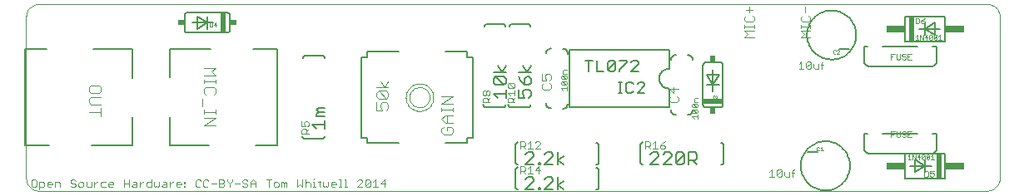
<source format=gto>
G75*
%MOIN*%
%OFA0B0*%
%FSLAX24Y24*%
%IPPOS*%
%LPD*%
%AMOC8*
5,1,8,0,0,1.08239X$1,22.5*
%
%ADD10C,0.0010*%
%ADD11C,0.0040*%
%ADD12C,0.0050*%
%ADD13C,0.0080*%
%ADD14C,0.0020*%
%ADD15C,0.0060*%
%ADD16R,0.0800X0.0200*%
%ADD17R,0.0200X0.0250*%
%ADD18R,0.0200X0.0800*%
%ADD19R,0.0250X0.0200*%
%ADD20C,0.0030*%
%ADD21R,0.0200X0.1000*%
%ADD22R,0.0750X0.0300*%
D10*
X001260Y001510D02*
X039236Y001510D01*
X039280Y001512D01*
X039323Y001518D01*
X039366Y001527D01*
X039407Y001540D01*
X039448Y001557D01*
X039487Y001577D01*
X039523Y001601D01*
X039558Y001627D01*
X039590Y001657D01*
X039620Y001689D01*
X039646Y001724D01*
X039670Y001760D01*
X039690Y001799D01*
X039707Y001840D01*
X039720Y001881D01*
X039729Y001924D01*
X039735Y001967D01*
X039737Y002011D01*
X039736Y002011D02*
X039736Y008514D01*
X039737Y008514D02*
X039735Y008556D01*
X039730Y008597D01*
X039721Y008637D01*
X039708Y008677D01*
X039692Y008716D01*
X039673Y008753D01*
X039651Y008788D01*
X039625Y008821D01*
X039597Y008851D01*
X039567Y008879D01*
X039534Y008905D01*
X039499Y008927D01*
X039462Y008946D01*
X039423Y008962D01*
X039383Y008975D01*
X039343Y008984D01*
X039302Y008989D01*
X039260Y008991D01*
X039260Y008990D02*
X001240Y008990D01*
X001198Y008988D01*
X001157Y008983D01*
X001116Y008974D01*
X001076Y008961D01*
X001037Y008945D01*
X001000Y008926D01*
X000965Y008903D01*
X000931Y008878D01*
X000901Y008849D01*
X000872Y008819D01*
X000847Y008785D01*
X000824Y008750D01*
X000805Y008713D01*
X000789Y008674D01*
X000776Y008634D01*
X000767Y008593D01*
X000762Y008552D01*
X000760Y008510D01*
X000760Y002010D01*
X000762Y001966D01*
X000768Y001923D01*
X000777Y001881D01*
X000790Y001839D01*
X000807Y001799D01*
X000827Y001760D01*
X000850Y001723D01*
X000877Y001689D01*
X000906Y001656D01*
X000939Y001627D01*
X000973Y001600D01*
X001010Y001577D01*
X001049Y001557D01*
X001089Y001540D01*
X001131Y001527D01*
X001173Y001518D01*
X001216Y001512D01*
X001260Y001510D01*
X032415Y003140D02*
X032440Y003115D01*
X032490Y003115D01*
X032515Y003140D01*
X032562Y003115D02*
X032662Y003115D01*
X032612Y003115D02*
X032612Y003265D01*
X032562Y003215D01*
X032515Y003240D02*
X032490Y003265D01*
X032440Y003265D01*
X032415Y003240D01*
X032415Y003140D01*
X033095Y007005D02*
X033145Y007005D01*
X033170Y007030D01*
X033218Y007005D02*
X033318Y007105D01*
X033318Y007130D01*
X033293Y007155D01*
X033243Y007155D01*
X033218Y007130D01*
X033170Y007130D02*
X033145Y007155D01*
X033095Y007155D01*
X033070Y007130D01*
X033070Y007030D01*
X033095Y007005D01*
X033218Y007005D02*
X033318Y007005D01*
D11*
X026871Y005610D02*
X026511Y005610D01*
X026691Y005430D01*
X026691Y005670D01*
X026571Y005301D02*
X026511Y005241D01*
X026511Y005121D01*
X026571Y005061D01*
X026811Y005061D01*
X026871Y005121D01*
X026871Y005241D01*
X026811Y005301D01*
X021771Y005635D02*
X021771Y005755D01*
X021711Y005815D01*
X021711Y005943D02*
X021771Y006003D01*
X021771Y006123D01*
X021711Y006183D01*
X021591Y006183D01*
X021531Y006123D01*
X021531Y006063D01*
X021591Y005943D01*
X021411Y005943D01*
X021411Y006183D01*
X021471Y005815D02*
X021411Y005755D01*
X021411Y005635D01*
X021471Y005575D01*
X021711Y005575D01*
X021771Y005635D01*
X017852Y005308D02*
X017392Y005308D01*
X017392Y005001D02*
X017852Y005308D01*
X017852Y005001D02*
X017392Y005001D01*
X017392Y004847D02*
X017392Y004694D01*
X017392Y004771D02*
X017852Y004771D01*
X017852Y004847D02*
X017852Y004694D01*
X017852Y004540D02*
X017545Y004540D01*
X017392Y004387D01*
X017545Y004233D01*
X017852Y004233D01*
X017622Y004233D02*
X017622Y004540D01*
X017622Y004080D02*
X017622Y003926D01*
X017622Y004080D02*
X017775Y004080D01*
X017852Y004003D01*
X017852Y003850D01*
X017775Y003773D01*
X017469Y003773D01*
X017392Y003850D01*
X017392Y004003D01*
X017469Y004080D01*
X015250Y004824D02*
X015173Y004747D01*
X015250Y004824D02*
X015250Y004977D01*
X015173Y005054D01*
X015020Y005054D01*
X014943Y004977D01*
X014943Y004901D01*
X015020Y004747D01*
X014789Y004747D01*
X014789Y005054D01*
X014866Y005208D02*
X014789Y005284D01*
X014789Y005438D01*
X014866Y005515D01*
X015173Y005208D01*
X015250Y005284D01*
X015250Y005438D01*
X015173Y005515D01*
X014866Y005515D01*
X014789Y005668D02*
X015250Y005668D01*
X015096Y005668D02*
X014943Y005898D01*
X015096Y005668D02*
X015250Y005898D01*
X015173Y005208D02*
X014866Y005208D01*
X008340Y005442D02*
X008340Y005596D01*
X008264Y005673D01*
X007957Y005673D01*
X007880Y005596D01*
X007880Y005442D01*
X007957Y005366D01*
X008264Y005366D02*
X008340Y005442D01*
X007803Y005212D02*
X007803Y004905D01*
X007880Y004752D02*
X007880Y004598D01*
X007880Y004675D02*
X008340Y004675D01*
X008340Y004752D02*
X008340Y004598D01*
X008340Y004445D02*
X007880Y004445D01*
X007880Y004138D02*
X008340Y004445D01*
X008340Y004138D02*
X007880Y004138D01*
X003740Y004512D02*
X003740Y004819D01*
X003740Y004666D02*
X003280Y004666D01*
X003357Y004973D02*
X003280Y005049D01*
X003280Y005203D01*
X003357Y005280D01*
X003740Y005280D01*
X003664Y005433D02*
X003740Y005510D01*
X003740Y005663D01*
X003664Y005740D01*
X003357Y005740D01*
X003280Y005663D01*
X003280Y005510D01*
X003357Y005433D01*
X003664Y005433D01*
X003740Y004973D02*
X003357Y004973D01*
X007880Y005826D02*
X007880Y005980D01*
X007880Y005903D02*
X008340Y005903D01*
X008340Y005980D02*
X008340Y005826D01*
X008340Y006133D02*
X007880Y006133D01*
X008187Y006287D02*
X008340Y006133D01*
X008187Y006287D02*
X008340Y006440D01*
X007880Y006440D01*
X012293Y002009D02*
X012293Y001959D01*
X012293Y001859D02*
X012293Y001659D01*
X012243Y001659D02*
X012343Y001659D01*
X012502Y001709D02*
X012552Y001659D01*
X012502Y001709D02*
X012502Y001909D01*
X012452Y001859D02*
X012552Y001859D01*
X012660Y001859D02*
X012660Y001709D01*
X012710Y001659D01*
X012760Y001709D01*
X012811Y001659D01*
X012861Y001709D01*
X012861Y001859D01*
X012973Y001809D02*
X013024Y001859D01*
X013124Y001859D01*
X013174Y001809D01*
X013174Y001759D01*
X012973Y001759D01*
X012973Y001709D02*
X012973Y001809D01*
X012973Y001709D02*
X013024Y001659D01*
X013124Y001659D01*
X013287Y001659D02*
X013387Y001659D01*
X013337Y001659D02*
X013337Y001959D01*
X013287Y001959D01*
X013495Y001959D02*
X013545Y001959D01*
X013545Y001659D01*
X013495Y001659D02*
X013595Y001659D01*
X014017Y001659D02*
X014217Y001859D01*
X014217Y001909D01*
X014167Y001959D01*
X014067Y001959D01*
X014017Y001909D01*
X014330Y001909D02*
X014380Y001959D01*
X014480Y001959D01*
X014530Y001909D01*
X014330Y001709D01*
X014380Y001659D01*
X014480Y001659D01*
X014530Y001709D01*
X014530Y001909D01*
X014643Y001859D02*
X014743Y001959D01*
X014743Y001659D01*
X014643Y001659D02*
X014843Y001659D01*
X014956Y001809D02*
X015156Y001809D01*
X015106Y001659D02*
X015106Y001959D01*
X014956Y001809D01*
X014330Y001709D02*
X014330Y001909D01*
X014217Y001659D02*
X014017Y001659D01*
X012293Y001859D02*
X012243Y001859D01*
X012130Y001809D02*
X012080Y001859D01*
X011980Y001859D01*
X011930Y001809D01*
X011930Y001959D02*
X011930Y001659D01*
X011817Y001659D02*
X011717Y001759D01*
X011617Y001659D01*
X011617Y001959D01*
X011817Y001959D02*
X011817Y001659D01*
X012130Y001659D02*
X012130Y001809D01*
X011191Y001809D02*
X011191Y001659D01*
X011091Y001659D02*
X011091Y001809D01*
X011141Y001859D01*
X011191Y001809D01*
X011091Y001809D02*
X011041Y001859D01*
X010991Y001859D01*
X010991Y001659D01*
X010878Y001709D02*
X010878Y001809D01*
X010828Y001859D01*
X010728Y001859D01*
X010678Y001809D01*
X010678Y001709D01*
X010728Y001659D01*
X010828Y001659D01*
X010878Y001709D01*
X010465Y001659D02*
X010465Y001959D01*
X010365Y001959D02*
X010565Y001959D01*
X009939Y001859D02*
X009939Y001659D01*
X009939Y001809D02*
X009738Y001809D01*
X009738Y001859D02*
X009738Y001659D01*
X009626Y001709D02*
X009576Y001659D01*
X009475Y001659D01*
X009425Y001709D01*
X009475Y001809D02*
X009576Y001809D01*
X009626Y001759D01*
X009626Y001709D01*
X009475Y001809D02*
X009425Y001859D01*
X009425Y001909D01*
X009475Y001959D01*
X009576Y001959D01*
X009626Y001909D01*
X009738Y001859D02*
X009839Y001959D01*
X009939Y001859D01*
X009312Y001809D02*
X009112Y001809D01*
X008999Y001909D02*
X008999Y001959D01*
X008999Y001909D02*
X008899Y001809D01*
X008899Y001659D01*
X008899Y001809D02*
X008799Y001909D01*
X008799Y001959D01*
X008686Y001909D02*
X008686Y001859D01*
X008636Y001809D01*
X008486Y001809D01*
X008373Y001809D02*
X008173Y001809D01*
X008060Y001709D02*
X008010Y001659D01*
X007910Y001659D01*
X007860Y001709D01*
X007860Y001909D01*
X007910Y001959D01*
X008010Y001959D01*
X008060Y001909D01*
X007747Y001909D02*
X007697Y001959D01*
X007597Y001959D01*
X007547Y001909D01*
X007547Y001709D01*
X007597Y001659D01*
X007697Y001659D01*
X007747Y001709D01*
X007127Y001709D02*
X007127Y001659D01*
X007077Y001659D01*
X007077Y001709D01*
X007127Y001709D01*
X007127Y001809D02*
X007077Y001809D01*
X007077Y001859D01*
X007127Y001859D01*
X007127Y001809D01*
X006964Y001809D02*
X006914Y001859D01*
X006814Y001859D01*
X006764Y001809D01*
X006764Y001709D01*
X006814Y001659D01*
X006914Y001659D01*
X006964Y001759D02*
X006764Y001759D01*
X006654Y001859D02*
X006604Y001859D01*
X006503Y001759D01*
X006503Y001659D02*
X006503Y001859D01*
X006391Y001809D02*
X006340Y001859D01*
X006240Y001859D01*
X006240Y001759D02*
X006391Y001759D01*
X006391Y001809D02*
X006391Y001659D01*
X006240Y001659D01*
X006190Y001709D01*
X006240Y001759D01*
X006077Y001709D02*
X006077Y001859D01*
X005877Y001859D02*
X005877Y001709D01*
X005927Y001659D01*
X005977Y001709D01*
X006027Y001659D01*
X006077Y001709D01*
X005764Y001659D02*
X005614Y001659D01*
X005564Y001709D01*
X005564Y001809D01*
X005614Y001859D01*
X005764Y001859D01*
X005764Y001959D02*
X005764Y001659D01*
X005453Y001859D02*
X005403Y001859D01*
X005303Y001759D01*
X005303Y001659D02*
X005303Y001859D01*
X005190Y001809D02*
X005140Y001859D01*
X005040Y001859D01*
X005040Y001759D02*
X005190Y001759D01*
X005190Y001809D02*
X005190Y001659D01*
X005040Y001659D01*
X004990Y001709D01*
X005040Y001759D01*
X004877Y001809D02*
X004677Y001809D01*
X004677Y001659D02*
X004677Y001959D01*
X004877Y001959D02*
X004877Y001659D01*
X004251Y001759D02*
X004051Y001759D01*
X004051Y001809D02*
X004101Y001859D01*
X004201Y001859D01*
X004251Y001809D01*
X004251Y001759D01*
X004201Y001659D02*
X004101Y001659D01*
X004051Y001709D01*
X004051Y001809D01*
X003938Y001859D02*
X003788Y001859D01*
X003738Y001809D01*
X003738Y001709D01*
X003788Y001659D01*
X003938Y001659D01*
X003577Y001859D02*
X003477Y001759D01*
X003477Y001659D02*
X003477Y001859D01*
X003577Y001859D02*
X003627Y001859D01*
X003364Y001859D02*
X003364Y001659D01*
X003214Y001659D01*
X003164Y001709D01*
X003164Y001859D01*
X003051Y001809D02*
X003001Y001859D01*
X002901Y001859D01*
X002851Y001809D01*
X002851Y001709D01*
X002901Y001659D01*
X003001Y001659D01*
X003051Y001709D01*
X003051Y001809D01*
X002738Y001759D02*
X002738Y001709D01*
X002688Y001659D01*
X002588Y001659D01*
X002538Y001709D01*
X002588Y001809D02*
X002688Y001809D01*
X002738Y001759D01*
X002738Y001909D02*
X002688Y001959D01*
X002588Y001959D01*
X002538Y001909D01*
X002538Y001859D01*
X002588Y001809D01*
X002112Y001809D02*
X002112Y001659D01*
X002112Y001809D02*
X002062Y001859D01*
X001912Y001859D01*
X001912Y001659D01*
X001799Y001759D02*
X001599Y001759D01*
X001599Y001809D02*
X001649Y001859D01*
X001749Y001859D01*
X001799Y001809D01*
X001799Y001759D01*
X001749Y001659D02*
X001649Y001659D01*
X001599Y001709D01*
X001599Y001809D01*
X001486Y001809D02*
X001486Y001709D01*
X001436Y001659D01*
X001286Y001659D01*
X001286Y001559D02*
X001286Y001859D01*
X001436Y001859D01*
X001486Y001809D01*
X001173Y001709D02*
X001173Y001909D01*
X001123Y001959D01*
X001023Y001959D01*
X000973Y001909D01*
X000973Y001709D01*
X001023Y001659D01*
X001123Y001659D01*
X001173Y001709D01*
X006964Y001809D02*
X006964Y001759D01*
X008486Y001659D02*
X008636Y001659D01*
X008686Y001709D01*
X008686Y001759D01*
X008636Y001809D01*
X008686Y001909D02*
X008636Y001959D01*
X008486Y001959D01*
X008486Y001659D01*
D12*
X008074Y003331D02*
X006516Y003331D01*
X006516Y004474D01*
X005004Y004460D02*
X005004Y003331D01*
X003364Y003331D01*
X001667Y003331D02*
X000713Y003331D01*
X000713Y007189D01*
X001585Y007189D01*
X003446Y007189D02*
X005004Y007189D01*
X005004Y006046D01*
X006516Y006060D02*
X006516Y007189D01*
X008156Y007189D01*
X009853Y007189D02*
X010807Y007189D01*
X010807Y003331D01*
X009935Y003331D01*
D13*
X014187Y003646D02*
X014404Y003646D01*
X014404Y003429D01*
X015664Y003429D01*
X014187Y003646D02*
X014187Y006874D01*
X014404Y006874D01*
X014404Y007091D01*
X015664Y007091D01*
X017553Y007091D02*
X018419Y007091D01*
X018419Y006874D01*
X018636Y006874D01*
X018636Y003646D01*
X018419Y003646D01*
X018419Y003429D01*
X017553Y003429D01*
X032060Y003060D02*
X032460Y003060D01*
X031776Y002510D02*
X031778Y002572D01*
X031784Y002635D01*
X031794Y002696D01*
X031808Y002757D01*
X031825Y002817D01*
X031846Y002876D01*
X031872Y002933D01*
X031900Y002988D01*
X031932Y003042D01*
X031968Y003093D01*
X032006Y003143D01*
X032048Y003189D01*
X032092Y003233D01*
X032140Y003274D01*
X032189Y003312D01*
X032241Y003346D01*
X032295Y003377D01*
X032351Y003405D01*
X032409Y003429D01*
X032468Y003450D01*
X032528Y003466D01*
X032589Y003479D01*
X032651Y003488D01*
X032713Y003493D01*
X032776Y003494D01*
X032838Y003491D01*
X032900Y003484D01*
X032962Y003473D01*
X033022Y003458D01*
X033082Y003440D01*
X033140Y003418D01*
X033197Y003392D01*
X033252Y003362D01*
X033305Y003329D01*
X033356Y003293D01*
X033404Y003254D01*
X033450Y003211D01*
X033493Y003166D01*
X033533Y003118D01*
X033570Y003068D01*
X033604Y003015D01*
X033635Y002961D01*
X033661Y002905D01*
X033685Y002847D01*
X033704Y002787D01*
X033720Y002727D01*
X033732Y002665D01*
X033740Y002604D01*
X033744Y002541D01*
X033744Y002479D01*
X033740Y002416D01*
X033732Y002355D01*
X033720Y002293D01*
X033704Y002233D01*
X033685Y002173D01*
X033661Y002115D01*
X033635Y002059D01*
X033604Y002005D01*
X033570Y001952D01*
X033533Y001902D01*
X033493Y001854D01*
X033450Y001809D01*
X033404Y001766D01*
X033356Y001727D01*
X033305Y001691D01*
X033252Y001658D01*
X033197Y001628D01*
X033140Y001602D01*
X033082Y001580D01*
X033022Y001562D01*
X032962Y001547D01*
X032900Y001536D01*
X032838Y001529D01*
X032776Y001526D01*
X032713Y001527D01*
X032651Y001532D01*
X032589Y001541D01*
X032528Y001554D01*
X032468Y001570D01*
X032409Y001591D01*
X032351Y001615D01*
X032295Y001643D01*
X032241Y001674D01*
X032189Y001708D01*
X032140Y001746D01*
X032092Y001787D01*
X032048Y001831D01*
X032006Y001877D01*
X031968Y001927D01*
X031932Y001978D01*
X031900Y002032D01*
X031872Y002087D01*
X031846Y002144D01*
X031825Y002203D01*
X031808Y002263D01*
X031794Y002324D01*
X031784Y002385D01*
X031778Y002448D01*
X031776Y002510D01*
X033310Y007210D02*
X033710Y007210D01*
X032026Y007760D02*
X032028Y007822D01*
X032034Y007885D01*
X032044Y007946D01*
X032058Y008007D01*
X032075Y008067D01*
X032096Y008126D01*
X032122Y008183D01*
X032150Y008238D01*
X032182Y008292D01*
X032218Y008343D01*
X032256Y008393D01*
X032298Y008439D01*
X032342Y008483D01*
X032390Y008524D01*
X032439Y008562D01*
X032491Y008596D01*
X032545Y008627D01*
X032601Y008655D01*
X032659Y008679D01*
X032718Y008700D01*
X032778Y008716D01*
X032839Y008729D01*
X032901Y008738D01*
X032963Y008743D01*
X033026Y008744D01*
X033088Y008741D01*
X033150Y008734D01*
X033212Y008723D01*
X033272Y008708D01*
X033332Y008690D01*
X033390Y008668D01*
X033447Y008642D01*
X033502Y008612D01*
X033555Y008579D01*
X033606Y008543D01*
X033654Y008504D01*
X033700Y008461D01*
X033743Y008416D01*
X033783Y008368D01*
X033820Y008318D01*
X033854Y008265D01*
X033885Y008211D01*
X033911Y008155D01*
X033935Y008097D01*
X033954Y008037D01*
X033970Y007977D01*
X033982Y007915D01*
X033990Y007854D01*
X033994Y007791D01*
X033994Y007729D01*
X033990Y007666D01*
X033982Y007605D01*
X033970Y007543D01*
X033954Y007483D01*
X033935Y007423D01*
X033911Y007365D01*
X033885Y007309D01*
X033854Y007255D01*
X033820Y007202D01*
X033783Y007152D01*
X033743Y007104D01*
X033700Y007059D01*
X033654Y007016D01*
X033606Y006977D01*
X033555Y006941D01*
X033502Y006908D01*
X033447Y006878D01*
X033390Y006852D01*
X033332Y006830D01*
X033272Y006812D01*
X033212Y006797D01*
X033150Y006786D01*
X033088Y006779D01*
X033026Y006776D01*
X032963Y006777D01*
X032901Y006782D01*
X032839Y006791D01*
X032778Y006804D01*
X032718Y006820D01*
X032659Y006841D01*
X032601Y006865D01*
X032545Y006893D01*
X032491Y006924D01*
X032439Y006958D01*
X032390Y006996D01*
X032342Y007037D01*
X032298Y007081D01*
X032256Y007127D01*
X032218Y007177D01*
X032182Y007228D01*
X032150Y007282D01*
X032122Y007337D01*
X032096Y007394D01*
X032075Y007453D01*
X032058Y007513D01*
X032044Y007574D01*
X032034Y007635D01*
X032028Y007698D01*
X032026Y007760D01*
D14*
X035386Y007000D02*
X035533Y007000D01*
X035607Y007000D02*
X035607Y006817D01*
X035644Y006780D01*
X035717Y006780D01*
X035754Y006817D01*
X035754Y007000D01*
X035828Y006963D02*
X035828Y006927D01*
X035865Y006890D01*
X035938Y006890D01*
X035975Y006853D01*
X035975Y006817D01*
X035938Y006780D01*
X035865Y006780D01*
X035828Y006817D01*
X035828Y006963D02*
X035865Y007000D01*
X035938Y007000D01*
X035975Y006963D01*
X036049Y007000D02*
X036049Y006780D01*
X036196Y006780D01*
X036122Y006890D02*
X036049Y006890D01*
X036049Y007000D02*
X036196Y007000D01*
X035459Y006890D02*
X035386Y006890D01*
X035386Y006780D02*
X035386Y007000D01*
X036370Y007570D02*
X036490Y007570D01*
X036430Y007570D02*
X036430Y007750D01*
X036370Y007690D01*
X036554Y007750D02*
X036674Y007570D01*
X036674Y007750D01*
X036738Y007660D02*
X036828Y007750D01*
X036828Y007570D01*
X036858Y007660D02*
X036738Y007660D01*
X036922Y007600D02*
X037043Y007720D01*
X037043Y007600D01*
X037013Y007570D01*
X036952Y007570D01*
X036922Y007600D01*
X036922Y007720D01*
X036952Y007750D01*
X037013Y007750D01*
X037043Y007720D01*
X037107Y007720D02*
X037137Y007750D01*
X037197Y007750D01*
X037227Y007720D01*
X037107Y007600D01*
X037137Y007570D01*
X037197Y007570D01*
X037227Y007600D01*
X037227Y007720D01*
X037291Y007690D02*
X037351Y007750D01*
X037351Y007570D01*
X037291Y007570D02*
X037411Y007570D01*
X037107Y007600D02*
X037107Y007720D01*
X036554Y007750D02*
X036554Y007570D01*
X036628Y008220D02*
X036701Y008220D01*
X036738Y008257D01*
X036738Y008293D01*
X036701Y008330D01*
X036591Y008330D01*
X036591Y008257D01*
X036628Y008220D01*
X036591Y008330D02*
X036664Y008403D01*
X036738Y008440D01*
X036517Y008403D02*
X036480Y008440D01*
X036370Y008440D01*
X036370Y008220D01*
X036480Y008220D01*
X036517Y008257D01*
X036517Y008403D01*
X028410Y005293D02*
X028410Y005246D01*
X028387Y005223D01*
X028387Y005169D02*
X028293Y005169D01*
X028270Y005145D01*
X028270Y005075D01*
X028410Y005075D01*
X028410Y005145D01*
X028387Y005169D01*
X028293Y005223D02*
X028270Y005246D01*
X028270Y005293D01*
X028293Y005316D01*
X028317Y005316D01*
X028340Y005293D01*
X028363Y005316D01*
X028387Y005316D01*
X028410Y005293D01*
X028340Y005293D02*
X028340Y005269D01*
X027643Y005220D02*
X027533Y005220D01*
X027496Y005184D01*
X027496Y005074D01*
X027643Y005074D01*
X027606Y004999D02*
X027459Y004999D01*
X027606Y004853D01*
X027643Y004889D01*
X027643Y004963D01*
X027606Y004999D01*
X027606Y004853D02*
X027459Y004853D01*
X027423Y004889D01*
X027423Y004963D01*
X027459Y004999D01*
X027459Y004778D02*
X027606Y004632D01*
X027643Y004668D01*
X027643Y004742D01*
X027606Y004778D01*
X027459Y004778D01*
X027423Y004742D01*
X027423Y004668D01*
X027459Y004632D01*
X027606Y004632D01*
X027643Y004557D02*
X027643Y004411D01*
X027643Y004484D02*
X027423Y004484D01*
X027496Y004411D01*
X022403Y005545D02*
X022403Y005691D01*
X022403Y005618D02*
X022183Y005618D01*
X022256Y005545D01*
X022219Y005766D02*
X022183Y005802D01*
X022183Y005876D01*
X022219Y005912D01*
X022366Y005766D01*
X022403Y005802D01*
X022403Y005876D01*
X022366Y005912D01*
X022219Y005912D01*
X022219Y005987D02*
X022183Y006023D01*
X022183Y006097D01*
X022219Y006133D01*
X022366Y005987D01*
X022403Y006023D01*
X022403Y006097D01*
X022366Y006133D01*
X022219Y006133D01*
X022256Y006208D02*
X022256Y006318D01*
X022293Y006354D01*
X022403Y006354D01*
X022403Y006208D02*
X022256Y006208D01*
X022219Y005987D02*
X022366Y005987D01*
X022366Y005766D02*
X022219Y005766D01*
X016110Y005260D02*
X016112Y005300D01*
X016118Y005339D01*
X016128Y005378D01*
X016141Y005415D01*
X016159Y005451D01*
X016180Y005485D01*
X016204Y005517D01*
X016231Y005546D01*
X016261Y005573D01*
X016293Y005596D01*
X016328Y005616D01*
X016364Y005632D01*
X016402Y005645D01*
X016441Y005654D01*
X016480Y005659D01*
X016520Y005660D01*
X016560Y005657D01*
X016599Y005650D01*
X016637Y005639D01*
X016675Y005625D01*
X016710Y005606D01*
X016743Y005585D01*
X016775Y005560D01*
X016803Y005532D01*
X016829Y005502D01*
X016851Y005469D01*
X016870Y005434D01*
X016886Y005397D01*
X016898Y005359D01*
X016906Y005320D01*
X016910Y005280D01*
X016910Y005240D01*
X016906Y005200D01*
X016898Y005161D01*
X016886Y005123D01*
X016870Y005086D01*
X016851Y005051D01*
X016829Y005018D01*
X016803Y004988D01*
X016775Y004960D01*
X016743Y004935D01*
X016710Y004914D01*
X016675Y004895D01*
X016637Y004881D01*
X016599Y004870D01*
X016560Y004863D01*
X016520Y004860D01*
X016480Y004861D01*
X016441Y004866D01*
X016402Y004875D01*
X016364Y004888D01*
X016328Y004904D01*
X016293Y004924D01*
X016261Y004947D01*
X016231Y004974D01*
X016204Y005003D01*
X016180Y005035D01*
X016159Y005069D01*
X016141Y005105D01*
X016128Y005142D01*
X016118Y005181D01*
X016112Y005220D01*
X016110Y005260D01*
X015960Y005260D02*
X015962Y005307D01*
X015968Y005353D01*
X015978Y005399D01*
X015991Y005443D01*
X016009Y005487D01*
X016030Y005528D01*
X016054Y005568D01*
X016082Y005606D01*
X016113Y005641D01*
X016147Y005673D01*
X016183Y005702D01*
X016222Y005728D01*
X016262Y005751D01*
X016305Y005770D01*
X016349Y005786D01*
X016394Y005798D01*
X016440Y005806D01*
X016487Y005810D01*
X016533Y005810D01*
X016580Y005806D01*
X016626Y005798D01*
X016671Y005786D01*
X016715Y005770D01*
X016758Y005751D01*
X016798Y005728D01*
X016837Y005702D01*
X016873Y005673D01*
X016907Y005641D01*
X016938Y005606D01*
X016966Y005568D01*
X016990Y005528D01*
X017011Y005487D01*
X017029Y005443D01*
X017042Y005399D01*
X017052Y005353D01*
X017058Y005307D01*
X017060Y005260D01*
X017058Y005213D01*
X017052Y005167D01*
X017042Y005121D01*
X017029Y005077D01*
X017011Y005033D01*
X016990Y004992D01*
X016966Y004952D01*
X016938Y004914D01*
X016907Y004879D01*
X016873Y004847D01*
X016837Y004818D01*
X016798Y004792D01*
X016758Y004769D01*
X016715Y004750D01*
X016671Y004734D01*
X016626Y004722D01*
X016580Y004714D01*
X016533Y004710D01*
X016487Y004710D01*
X016440Y004714D01*
X016394Y004722D01*
X016349Y004734D01*
X016305Y004750D01*
X016262Y004769D01*
X016222Y004792D01*
X016183Y004818D01*
X016147Y004847D01*
X016113Y004879D01*
X016082Y004914D01*
X016054Y004952D01*
X016030Y004992D01*
X016009Y005033D01*
X015991Y005077D01*
X015978Y005121D01*
X015968Y005167D01*
X015962Y005213D01*
X015960Y005260D01*
X008343Y008110D02*
X008343Y008250D01*
X008273Y008180D01*
X008366Y008180D01*
X008219Y008133D02*
X008219Y008227D01*
X008195Y008250D01*
X008125Y008250D01*
X008125Y008110D01*
X008195Y008110D01*
X008219Y008133D01*
X035391Y003888D02*
X035391Y003668D01*
X035391Y003778D02*
X035465Y003778D01*
X035391Y003888D02*
X035538Y003888D01*
X035612Y003888D02*
X035612Y003704D01*
X035649Y003668D01*
X035723Y003668D01*
X035759Y003704D01*
X035759Y003888D01*
X035833Y003851D02*
X035833Y003814D01*
X035870Y003778D01*
X035944Y003778D01*
X035980Y003741D01*
X035980Y003704D01*
X035944Y003668D01*
X035870Y003668D01*
X035833Y003704D01*
X036054Y003668D02*
X036201Y003668D01*
X036128Y003778D02*
X036054Y003778D01*
X035980Y003851D02*
X035944Y003888D01*
X035870Y003888D01*
X035833Y003851D01*
X036054Y003888D02*
X036054Y003668D01*
X036054Y003888D02*
X036201Y003888D01*
X036249Y002950D02*
X036369Y002770D01*
X036369Y002950D01*
X036433Y002860D02*
X036553Y002860D01*
X036618Y002800D02*
X036738Y002920D01*
X036738Y002800D01*
X036708Y002770D01*
X036648Y002770D01*
X036618Y002800D01*
X036618Y002920D01*
X036648Y002950D01*
X036708Y002950D01*
X036738Y002920D01*
X036802Y002920D02*
X036832Y002950D01*
X036892Y002950D01*
X036922Y002920D01*
X036802Y002800D01*
X036832Y002770D01*
X036892Y002770D01*
X036922Y002800D01*
X036922Y002920D01*
X036986Y002890D02*
X037046Y002950D01*
X037046Y002770D01*
X036986Y002770D02*
X037106Y002770D01*
X036802Y002800D02*
X036802Y002920D01*
X036523Y002950D02*
X036433Y002860D01*
X036523Y002770D02*
X036523Y002950D01*
X036249Y002950D02*
X036249Y002770D01*
X036185Y002770D02*
X036065Y002770D01*
X036125Y002770D02*
X036125Y002950D01*
X036065Y002890D01*
X036728Y002300D02*
X036838Y002300D01*
X036875Y002263D01*
X036875Y002117D01*
X036838Y002080D01*
X036728Y002080D01*
X036728Y002300D01*
X036949Y002300D02*
X036949Y002190D01*
X037022Y002227D01*
X037059Y002227D01*
X037096Y002190D01*
X037096Y002117D01*
X037059Y002080D01*
X036986Y002080D01*
X036949Y002117D01*
X036949Y002300D02*
X037096Y002300D01*
D15*
X036760Y002260D02*
X036760Y002510D01*
X036760Y002760D01*
X036760Y002510D02*
X036360Y002760D01*
X036360Y002260D01*
X036760Y002510D01*
X036160Y002510D01*
X036760Y002510D02*
X037010Y002510D01*
X037010Y003010D02*
X034510Y003010D01*
X034484Y003012D01*
X034458Y003017D01*
X034433Y003025D01*
X034410Y003037D01*
X034388Y003051D01*
X034369Y003069D01*
X034351Y003088D01*
X034337Y003110D01*
X034325Y003133D01*
X034317Y003158D01*
X034312Y003184D01*
X034310Y003210D01*
X034310Y003810D01*
X034460Y003810D01*
X035060Y003810D02*
X036460Y003810D01*
X037060Y003810D02*
X037210Y003810D01*
X037210Y003210D01*
X037208Y003184D01*
X037203Y003158D01*
X037195Y003133D01*
X037183Y003110D01*
X037169Y003088D01*
X037151Y003069D01*
X037132Y003051D01*
X037110Y003037D01*
X037087Y003025D01*
X037062Y003017D01*
X037036Y003012D01*
X037010Y003010D01*
X037560Y003010D02*
X037560Y002010D01*
X035960Y002010D01*
X035960Y003010D01*
X037560Y003010D01*
X028693Y003321D02*
X028693Y002660D01*
X028691Y002643D01*
X028687Y002626D01*
X028680Y002610D01*
X028670Y002596D01*
X028657Y002583D01*
X028643Y002573D01*
X028627Y002566D01*
X028610Y002562D01*
X028593Y002560D01*
X027627Y002557D02*
X027461Y002724D01*
X027544Y002724D02*
X027294Y002724D01*
X027112Y002640D02*
X027028Y002557D01*
X026861Y002557D01*
X026778Y002640D01*
X027112Y002974D01*
X027112Y002640D01*
X027294Y002557D02*
X027294Y003057D01*
X027544Y003057D01*
X027627Y002974D01*
X027627Y002807D01*
X027544Y002724D01*
X027112Y002974D02*
X027028Y003057D01*
X026861Y003057D01*
X026778Y002974D01*
X026778Y002640D01*
X026596Y002557D02*
X026262Y002557D01*
X026596Y002890D01*
X026596Y002974D01*
X026513Y003057D01*
X026346Y003057D01*
X026262Y002974D01*
X026080Y002974D02*
X025997Y003057D01*
X025830Y003057D01*
X025747Y002974D01*
X026080Y002974D02*
X026080Y002890D01*
X025747Y002557D01*
X026080Y002557D01*
X025453Y002560D02*
X025436Y002562D01*
X025419Y002566D01*
X025403Y002573D01*
X025389Y002583D01*
X025376Y002596D01*
X025366Y002610D01*
X025359Y002626D01*
X025355Y002643D01*
X025353Y002660D01*
X025353Y003360D01*
X025355Y003377D01*
X025359Y003394D01*
X025366Y003410D01*
X025376Y003424D01*
X025389Y003437D01*
X025403Y003447D01*
X025419Y003454D01*
X025436Y003458D01*
X025453Y003460D01*
X023693Y003321D02*
X023693Y002660D01*
X023691Y002643D01*
X023687Y002626D01*
X023680Y002610D01*
X023670Y002596D01*
X023657Y002583D01*
X023643Y002573D01*
X023627Y002566D01*
X023610Y002562D01*
X023593Y002560D01*
X023593Y002421D02*
X023610Y002419D01*
X023627Y002415D01*
X023643Y002408D01*
X023657Y002398D01*
X023670Y002385D01*
X023680Y002371D01*
X023687Y002355D01*
X023691Y002338D01*
X023693Y002321D01*
X023693Y001660D01*
X023691Y001643D01*
X023687Y001626D01*
X023680Y001610D01*
X023670Y001596D01*
X023657Y001583D01*
X023643Y001573D01*
X023627Y001566D01*
X023610Y001562D01*
X023593Y001560D01*
X022286Y001557D02*
X022036Y001724D01*
X022286Y001890D01*
X022036Y002057D02*
X022036Y001557D01*
X021854Y001557D02*
X021520Y001557D01*
X021854Y001890D01*
X021854Y001974D01*
X021770Y002057D01*
X021604Y002057D01*
X021520Y001974D01*
X021080Y001974D02*
X021080Y001890D01*
X020747Y001557D01*
X021080Y001557D01*
X021262Y001557D02*
X021346Y001557D01*
X021346Y001640D01*
X021262Y001640D01*
X021262Y001557D01*
X020453Y001560D02*
X020436Y001562D01*
X020419Y001566D01*
X020403Y001573D01*
X020389Y001583D01*
X020376Y001596D01*
X020366Y001610D01*
X020359Y001626D01*
X020355Y001643D01*
X020353Y001660D01*
X020353Y002360D01*
X020355Y002377D01*
X020359Y002394D01*
X020366Y002410D01*
X020376Y002424D01*
X020389Y002437D01*
X020403Y002447D01*
X020419Y002454D01*
X020436Y002458D01*
X020453Y002460D01*
X020747Y002557D02*
X021080Y002890D01*
X021080Y002974D01*
X020997Y003057D01*
X020830Y003057D01*
X020747Y002974D01*
X021520Y002974D02*
X021604Y003057D01*
X021770Y003057D01*
X021854Y002974D01*
X021854Y002890D01*
X021520Y002557D01*
X021854Y002557D01*
X022036Y002557D02*
X022036Y003057D01*
X022286Y002890D02*
X022036Y002724D01*
X022286Y002557D01*
X021346Y002557D02*
X021262Y002557D01*
X021262Y002640D01*
X021346Y002640D01*
X021346Y002557D01*
X021080Y002557D02*
X020747Y002557D01*
X020453Y002560D02*
X020436Y002562D01*
X020419Y002566D01*
X020403Y002573D01*
X020389Y002583D01*
X020376Y002596D01*
X020366Y002610D01*
X020359Y002626D01*
X020355Y002643D01*
X020353Y002660D01*
X020353Y003360D01*
X020355Y003377D01*
X020359Y003394D01*
X020366Y003410D01*
X020376Y003424D01*
X020389Y003437D01*
X020403Y003447D01*
X020419Y003454D01*
X020436Y003458D01*
X020453Y003460D01*
X023593Y003421D02*
X023610Y003419D01*
X023627Y003415D01*
X023643Y003408D01*
X023657Y003398D01*
X023670Y003385D01*
X023680Y003371D01*
X023687Y003355D01*
X023691Y003338D01*
X023693Y003321D01*
X028593Y003421D02*
X028610Y003419D01*
X028627Y003415D01*
X028643Y003408D01*
X028657Y003398D01*
X028670Y003385D01*
X028680Y003371D01*
X028687Y003355D01*
X028691Y003338D01*
X028693Y003321D01*
X027440Y004750D02*
X027438Y004724D01*
X027433Y004698D01*
X027425Y004673D01*
X027413Y004650D01*
X027399Y004628D01*
X027381Y004609D01*
X027362Y004591D01*
X027340Y004577D01*
X027317Y004565D01*
X027292Y004557D01*
X027266Y004552D01*
X027240Y004550D01*
X026767Y004565D02*
X026741Y004567D01*
X026715Y004572D01*
X026690Y004580D01*
X026667Y004592D01*
X026645Y004606D01*
X026626Y004624D01*
X026608Y004643D01*
X026594Y004665D01*
X026582Y004688D01*
X026574Y004713D01*
X026569Y004739D01*
X026567Y004765D01*
X026510Y004860D02*
X026510Y005610D01*
X025523Y005734D02*
X025523Y005807D01*
X025450Y005880D01*
X025303Y005880D01*
X025230Y005807D01*
X025063Y005807D02*
X024989Y005880D01*
X024843Y005880D01*
X024769Y005807D01*
X024769Y005513D01*
X024843Y005440D01*
X024989Y005440D01*
X025063Y005513D01*
X025230Y005440D02*
X025523Y005734D01*
X025523Y005440D02*
X025230Y005440D01*
X024609Y005440D02*
X024462Y005440D01*
X024536Y005440D02*
X024536Y005880D01*
X024609Y005880D02*
X024462Y005880D01*
X024519Y006290D02*
X024519Y006363D01*
X024813Y006657D01*
X024813Y006730D01*
X024519Y006730D01*
X024352Y006657D02*
X024279Y006730D01*
X024132Y006730D01*
X024059Y006657D01*
X024059Y006363D01*
X024352Y006657D01*
X024352Y006363D01*
X024279Y006290D01*
X024132Y006290D01*
X024059Y006363D01*
X023892Y006290D02*
X023598Y006290D01*
X023598Y006730D01*
X023432Y006730D02*
X023138Y006730D01*
X023285Y006730D02*
X023285Y006290D01*
X024980Y006290D02*
X025273Y006584D01*
X025273Y006657D01*
X025200Y006730D01*
X025053Y006730D01*
X024980Y006657D01*
X024980Y006290D02*
X025273Y006290D01*
X026510Y006410D02*
X026510Y007160D01*
X022510Y007160D01*
X022510Y004860D01*
X026510Y004860D01*
X027860Y004960D02*
X027860Y006560D01*
X027862Y006577D01*
X027866Y006594D01*
X027873Y006610D01*
X027883Y006624D01*
X027896Y006637D01*
X027910Y006647D01*
X027926Y006654D01*
X027943Y006658D01*
X027960Y006660D01*
X028560Y006660D01*
X028577Y006658D01*
X028594Y006654D01*
X028610Y006647D01*
X028624Y006637D01*
X028637Y006624D01*
X028647Y006610D01*
X028654Y006594D01*
X028658Y006577D01*
X028660Y006560D01*
X028660Y004960D01*
X028658Y004943D01*
X028654Y004926D01*
X028647Y004910D01*
X028637Y004896D01*
X028624Y004883D01*
X028610Y004873D01*
X028594Y004866D01*
X028577Y004862D01*
X028560Y004860D01*
X027960Y004860D01*
X027943Y004862D01*
X027926Y004866D01*
X027910Y004873D01*
X027896Y004883D01*
X027883Y004896D01*
X027873Y004910D01*
X027866Y004926D01*
X027862Y004943D01*
X027860Y004960D01*
X028260Y005510D02*
X028260Y005760D01*
X028510Y005760D01*
X028260Y005760D02*
X028010Y005760D01*
X028260Y005760D02*
X028010Y006160D01*
X028510Y006160D01*
X028260Y005760D01*
X028260Y006360D01*
X027447Y006760D02*
X027445Y006786D01*
X027440Y006812D01*
X027432Y006837D01*
X027420Y006860D01*
X027406Y006882D01*
X027388Y006901D01*
X027369Y006919D01*
X027347Y006933D01*
X027324Y006945D01*
X027299Y006953D01*
X027273Y006958D01*
X027247Y006960D01*
X026777Y006967D02*
X026751Y006965D01*
X026725Y006960D01*
X026700Y006952D01*
X026677Y006940D01*
X026655Y006926D01*
X026636Y006908D01*
X026618Y006889D01*
X026604Y006867D01*
X026592Y006844D01*
X026584Y006819D01*
X026579Y006793D01*
X026577Y006767D01*
X026510Y006410D02*
X026471Y006408D01*
X026432Y006402D01*
X026394Y006393D01*
X026357Y006380D01*
X026321Y006363D01*
X026288Y006343D01*
X026256Y006319D01*
X026227Y006293D01*
X026201Y006264D01*
X026177Y006232D01*
X026157Y006199D01*
X026140Y006163D01*
X026127Y006126D01*
X026118Y006088D01*
X026112Y006049D01*
X026110Y006010D01*
X026112Y005971D01*
X026118Y005932D01*
X026127Y005894D01*
X026140Y005857D01*
X026157Y005821D01*
X026177Y005788D01*
X026201Y005756D01*
X026227Y005727D01*
X026256Y005701D01*
X026288Y005677D01*
X026321Y005657D01*
X026357Y005640D01*
X026394Y005627D01*
X026432Y005618D01*
X026471Y005612D01*
X026510Y005610D01*
X022440Y005000D02*
X022438Y004974D01*
X022433Y004948D01*
X022425Y004923D01*
X022413Y004900D01*
X022399Y004878D01*
X022381Y004859D01*
X022362Y004841D01*
X022340Y004827D01*
X022317Y004815D01*
X022292Y004807D01*
X022266Y004802D01*
X022240Y004800D01*
X021767Y004815D02*
X021741Y004817D01*
X021715Y004822D01*
X021690Y004830D01*
X021667Y004842D01*
X021645Y004856D01*
X021626Y004874D01*
X021608Y004893D01*
X021594Y004915D01*
X021582Y004938D01*
X021574Y004963D01*
X021569Y004989D01*
X021567Y005015D01*
X020963Y005330D02*
X020880Y005247D01*
X020963Y005330D02*
X020963Y005497D01*
X020880Y005580D01*
X020713Y005580D01*
X020630Y005497D01*
X020630Y005414D01*
X020713Y005247D01*
X020463Y005247D01*
X020463Y005580D01*
X020713Y005762D02*
X020713Y006013D01*
X020796Y006096D01*
X020880Y006096D01*
X020963Y006013D01*
X020963Y005846D01*
X020880Y005762D01*
X020713Y005762D01*
X020546Y005929D01*
X020463Y006096D01*
X020463Y006278D02*
X020963Y006278D01*
X020796Y006278D02*
X020630Y006528D01*
X020796Y006278D02*
X020963Y006528D01*
X019963Y006528D02*
X019796Y006278D01*
X019630Y006528D01*
X019463Y006278D02*
X019963Y006278D01*
X019880Y006096D02*
X019546Y006096D01*
X019880Y005762D01*
X019963Y005846D01*
X019963Y006013D01*
X019880Y006096D01*
X019546Y006096D02*
X019463Y006013D01*
X019463Y005846D01*
X019546Y005762D01*
X019880Y005762D01*
X019963Y005580D02*
X019963Y005247D01*
X019630Y005247D02*
X019463Y005414D01*
X019963Y005414D01*
X019960Y004953D02*
X019958Y004936D01*
X019954Y004919D01*
X019947Y004903D01*
X019937Y004889D01*
X019924Y004876D01*
X019910Y004866D01*
X019894Y004859D01*
X019877Y004855D01*
X019860Y004853D01*
X019160Y004853D01*
X019143Y004855D01*
X019126Y004859D01*
X019110Y004866D01*
X019096Y004876D01*
X019083Y004889D01*
X019073Y004903D01*
X019066Y004919D01*
X019062Y004936D01*
X019060Y004953D01*
X020060Y004953D02*
X020062Y004936D01*
X020066Y004919D01*
X020073Y004903D01*
X020083Y004889D01*
X020096Y004876D01*
X020110Y004866D01*
X020126Y004859D01*
X020143Y004855D01*
X020160Y004853D01*
X020860Y004853D01*
X020877Y004855D01*
X020894Y004859D01*
X020910Y004866D01*
X020924Y004876D01*
X020937Y004889D01*
X020947Y004903D01*
X020954Y004919D01*
X020958Y004936D01*
X020960Y004953D01*
X022447Y007010D02*
X022445Y007036D01*
X022440Y007062D01*
X022432Y007087D01*
X022420Y007110D01*
X022406Y007132D01*
X022388Y007151D01*
X022369Y007169D01*
X022347Y007183D01*
X022324Y007195D01*
X022299Y007203D01*
X022273Y007208D01*
X022247Y007210D01*
X021777Y007217D02*
X021751Y007215D01*
X021725Y007210D01*
X021700Y007202D01*
X021677Y007190D01*
X021655Y007176D01*
X021636Y007158D01*
X021618Y007139D01*
X021604Y007117D01*
X021592Y007094D01*
X021584Y007069D01*
X021579Y007043D01*
X021577Y007017D01*
X020960Y008093D02*
X020958Y008110D01*
X020954Y008127D01*
X020947Y008143D01*
X020937Y008157D01*
X020924Y008170D01*
X020910Y008180D01*
X020894Y008187D01*
X020877Y008191D01*
X020860Y008193D01*
X020199Y008193D01*
X020182Y008191D01*
X020165Y008187D01*
X020149Y008180D01*
X020135Y008170D01*
X020122Y008157D01*
X020112Y008143D01*
X020105Y008127D01*
X020101Y008110D01*
X020099Y008093D01*
X019960Y008093D02*
X019958Y008110D01*
X019954Y008127D01*
X019947Y008143D01*
X019937Y008157D01*
X019924Y008170D01*
X019910Y008180D01*
X019894Y008187D01*
X019877Y008191D01*
X019860Y008193D01*
X019199Y008193D01*
X019182Y008191D01*
X019165Y008187D01*
X019149Y008180D01*
X019135Y008170D01*
X019122Y008157D01*
X019112Y008143D01*
X019105Y008127D01*
X019101Y008110D01*
X019099Y008093D01*
X012610Y006943D02*
X011949Y006943D01*
X011932Y006941D01*
X011915Y006937D01*
X011899Y006930D01*
X011885Y006920D01*
X011872Y006907D01*
X011862Y006893D01*
X011855Y006877D01*
X011851Y006860D01*
X011849Y006843D01*
X012610Y006943D02*
X012627Y006941D01*
X012644Y006937D01*
X012660Y006930D01*
X012674Y006920D01*
X012687Y006907D01*
X012697Y006893D01*
X012704Y006877D01*
X012708Y006860D01*
X012710Y006843D01*
X008810Y007860D02*
X007210Y007860D01*
X007193Y007862D01*
X007176Y007866D01*
X007160Y007873D01*
X007146Y007883D01*
X007133Y007896D01*
X007123Y007910D01*
X007116Y007926D01*
X007112Y007943D01*
X007110Y007960D01*
X007110Y008560D01*
X007112Y008577D01*
X007116Y008594D01*
X007123Y008610D01*
X007133Y008624D01*
X007146Y008637D01*
X007160Y008647D01*
X007176Y008654D01*
X007193Y008658D01*
X007210Y008660D01*
X008810Y008660D01*
X008827Y008658D01*
X008844Y008654D01*
X008860Y008647D01*
X008874Y008637D01*
X008887Y008624D01*
X008897Y008610D01*
X008904Y008594D01*
X008908Y008577D01*
X008910Y008560D01*
X008910Y007960D01*
X008908Y007943D01*
X008904Y007926D01*
X008897Y007910D01*
X008887Y007896D01*
X008874Y007883D01*
X008860Y007873D01*
X008844Y007866D01*
X008827Y007862D01*
X008810Y007860D01*
X008010Y008010D02*
X008010Y008260D01*
X008010Y008510D01*
X008010Y008260D02*
X007610Y008510D01*
X007610Y008010D01*
X008010Y008260D01*
X007410Y008260D01*
X008010Y008260D02*
X008260Y008260D01*
X012380Y004763D02*
X012463Y004846D01*
X012713Y004846D01*
X012713Y004679D02*
X012463Y004679D01*
X012380Y004763D01*
X012463Y004679D02*
X012380Y004596D01*
X012380Y004512D01*
X012713Y004512D01*
X012713Y004330D02*
X012713Y003997D01*
X012380Y003997D02*
X012213Y004164D01*
X012713Y004164D01*
X012710Y003703D02*
X012708Y003686D01*
X012704Y003669D01*
X012697Y003653D01*
X012687Y003639D01*
X012674Y003626D01*
X012660Y003616D01*
X012644Y003609D01*
X012627Y003605D01*
X012610Y003603D01*
X011910Y003603D01*
X011893Y003605D01*
X011876Y003609D01*
X011860Y003616D01*
X011846Y003626D01*
X011833Y003639D01*
X011823Y003653D01*
X011816Y003669D01*
X011812Y003686D01*
X011810Y003703D01*
X020747Y001974D02*
X020830Y002057D01*
X020997Y002057D01*
X021080Y001974D01*
X034510Y006510D02*
X037010Y006510D01*
X037036Y006512D01*
X037062Y006517D01*
X037087Y006525D01*
X037110Y006537D01*
X037132Y006551D01*
X037151Y006569D01*
X037169Y006588D01*
X037183Y006610D01*
X037195Y006633D01*
X037203Y006658D01*
X037208Y006684D01*
X037210Y006710D01*
X037210Y007310D01*
X037060Y007310D01*
X037560Y007510D02*
X037560Y008510D01*
X035960Y008510D01*
X035960Y007510D01*
X037560Y007510D01*
X037160Y007760D02*
X036760Y008010D01*
X036760Y007760D01*
X037160Y007760D02*
X037160Y008260D01*
X036760Y008010D01*
X036760Y008260D01*
X036760Y008010D02*
X037360Y008010D01*
X036760Y008010D02*
X036510Y008010D01*
X036460Y007310D02*
X035060Y007310D01*
X034460Y007310D02*
X034310Y007310D01*
X034310Y006710D01*
X034312Y006684D01*
X034317Y006658D01*
X034325Y006633D01*
X034337Y006610D01*
X034351Y006588D01*
X034369Y006569D01*
X034388Y006551D01*
X034410Y006537D01*
X034433Y006525D01*
X034458Y006517D01*
X034484Y006512D01*
X034510Y006510D01*
D16*
X028260Y005110D03*
D17*
X028260Y004735D03*
X028260Y006785D03*
D18*
X008660Y008260D03*
D19*
X009035Y008260D03*
X006985Y008260D03*
D20*
X019036Y005489D02*
X019036Y005392D01*
X019084Y005344D01*
X019133Y005344D01*
X019181Y005392D01*
X019181Y005489D01*
X019229Y005537D01*
X019278Y005537D01*
X019326Y005489D01*
X019326Y005392D01*
X019278Y005344D01*
X019229Y005344D01*
X019181Y005392D01*
X019181Y005489D02*
X019133Y005537D01*
X019084Y005537D01*
X019036Y005489D01*
X020036Y005441D02*
X020326Y005441D01*
X020326Y005537D02*
X020326Y005344D01*
X020326Y005243D02*
X020229Y005146D01*
X020229Y005194D02*
X020229Y005049D01*
X020326Y005049D02*
X020036Y005049D01*
X020036Y005194D01*
X020084Y005243D01*
X020181Y005243D01*
X020229Y005194D01*
X020133Y005344D02*
X020036Y005441D01*
X020084Y005639D02*
X020036Y005687D01*
X020036Y005784D01*
X020084Y005832D01*
X020278Y005639D01*
X020326Y005687D01*
X020326Y005784D01*
X020278Y005832D01*
X020084Y005832D01*
X020084Y005639D02*
X020278Y005639D01*
X019326Y005243D02*
X019229Y005146D01*
X019229Y005194D02*
X019229Y005049D01*
X019326Y005049D02*
X019036Y005049D01*
X019036Y005194D01*
X019084Y005243D01*
X019181Y005243D01*
X019229Y005194D01*
X020549Y003484D02*
X020694Y003484D01*
X020743Y003436D01*
X020743Y003339D01*
X020694Y003291D01*
X020549Y003291D01*
X020646Y003291D02*
X020743Y003194D01*
X020844Y003194D02*
X021037Y003194D01*
X020941Y003194D02*
X020941Y003484D01*
X020844Y003387D01*
X021139Y003436D02*
X021187Y003484D01*
X021284Y003484D01*
X021332Y003436D01*
X021332Y003387D01*
X021139Y003194D01*
X021332Y003194D01*
X020549Y003194D02*
X020549Y003484D01*
X020549Y002484D02*
X020694Y002484D01*
X020743Y002436D01*
X020743Y002339D01*
X020694Y002291D01*
X020549Y002291D01*
X020646Y002291D02*
X020743Y002194D01*
X020844Y002194D02*
X021037Y002194D01*
X020941Y002194D02*
X020941Y002484D01*
X020844Y002387D01*
X021139Y002339D02*
X021332Y002339D01*
X021284Y002194D02*
X021284Y002484D01*
X021139Y002339D01*
X020549Y002194D02*
X020549Y002484D01*
X025549Y003194D02*
X025549Y003484D01*
X025694Y003484D01*
X025743Y003436D01*
X025743Y003339D01*
X025694Y003291D01*
X025549Y003291D01*
X025646Y003291D02*
X025743Y003194D01*
X025844Y003194D02*
X026037Y003194D01*
X025941Y003194D02*
X025941Y003484D01*
X025844Y003387D01*
X026139Y003339D02*
X026284Y003339D01*
X026332Y003291D01*
X026332Y003242D01*
X026284Y003194D01*
X026187Y003194D01*
X026139Y003242D01*
X026139Y003339D01*
X026235Y003436D01*
X026332Y003484D01*
X030525Y002268D02*
X030622Y002365D01*
X030622Y002075D01*
X030718Y002075D02*
X030525Y002075D01*
X030820Y002123D02*
X031013Y002317D01*
X031013Y002123D01*
X030965Y002075D01*
X030868Y002075D01*
X030820Y002123D01*
X030820Y002317D01*
X030868Y002365D01*
X030965Y002365D01*
X031013Y002317D01*
X031114Y002268D02*
X031114Y002123D01*
X031163Y002075D01*
X031308Y002075D01*
X031308Y002268D01*
X031409Y002220D02*
X031506Y002220D01*
X031457Y002317D02*
X031457Y002075D01*
X031457Y002317D02*
X031506Y002365D01*
X031695Y006405D02*
X031888Y006405D01*
X031791Y006405D02*
X031791Y006695D01*
X031695Y006598D01*
X031989Y006647D02*
X031989Y006453D01*
X032183Y006647D01*
X032183Y006453D01*
X032134Y006405D01*
X032038Y006405D01*
X031989Y006453D01*
X032284Y006453D02*
X032284Y006598D01*
X032183Y006647D02*
X032134Y006695D01*
X032038Y006695D01*
X031989Y006647D01*
X032284Y006453D02*
X032332Y006405D01*
X032477Y006405D01*
X032477Y006598D01*
X032579Y006550D02*
X032675Y006550D01*
X032627Y006647D02*
X032627Y006405D01*
X032627Y006647D02*
X032675Y006695D01*
X032145Y007675D02*
X031775Y007675D01*
X031898Y007798D01*
X031775Y007921D01*
X032145Y007921D01*
X032145Y008043D02*
X032145Y008166D01*
X032145Y008105D02*
X031775Y008105D01*
X031775Y008166D02*
X031775Y008043D01*
X031836Y008288D02*
X032083Y008288D01*
X032145Y008350D01*
X032145Y008474D01*
X032083Y008535D01*
X031960Y008657D02*
X031960Y008904D01*
X031836Y008535D02*
X031775Y008474D01*
X031775Y008350D01*
X031836Y008288D01*
X029895Y008350D02*
X029895Y008474D01*
X029833Y008535D01*
X029710Y008657D02*
X029710Y008904D01*
X029833Y008780D02*
X029586Y008780D01*
X029586Y008535D02*
X029525Y008474D01*
X029525Y008350D01*
X029586Y008288D01*
X029833Y008288D01*
X029895Y008350D01*
X029895Y008166D02*
X029895Y008043D01*
X029895Y008105D02*
X029525Y008105D01*
X029525Y008166D02*
X029525Y008043D01*
X029525Y007921D02*
X029895Y007921D01*
X029648Y007798D02*
X029525Y007921D01*
X029648Y007798D02*
X029525Y007675D01*
X029895Y007675D01*
X012076Y004239D02*
X012076Y004142D01*
X012028Y004094D01*
X011931Y004094D02*
X011883Y004191D01*
X011883Y004239D01*
X011931Y004287D01*
X012028Y004287D01*
X012076Y004239D01*
X011786Y004287D02*
X011786Y004094D01*
X011931Y004094D01*
X011931Y003993D02*
X011834Y003993D01*
X011786Y003944D01*
X011786Y003799D01*
X012076Y003799D01*
X011979Y003799D02*
X011979Y003944D01*
X011931Y003993D01*
X011979Y003896D02*
X012076Y003993D01*
D21*
X036210Y008010D03*
X037310Y002510D03*
D22*
X037935Y002510D03*
X035585Y002510D03*
X035585Y008010D03*
X037935Y008010D03*
M02*

</source>
